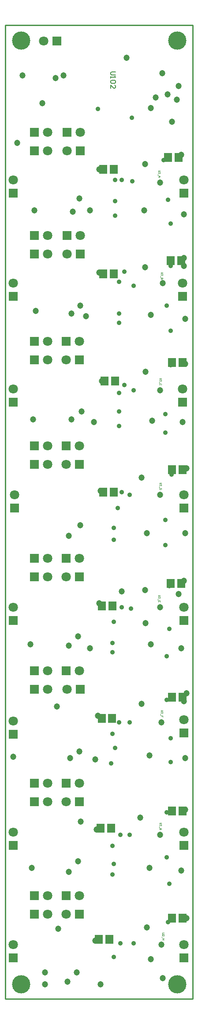
<source format=gbs>
G04 Layer_Color=16711935*
%FSLAX25Y25*%
%MOIN*%
G70*
G01*
G75*
%ADD22C,0.01000*%
%ADD23C,0.00236*%
%ADD24C,0.00800*%
%ADD49C,0.13800*%
%ADD50C,0.07099*%
%ADD51R,0.07099X0.07099*%
%ADD52R,0.07099X0.07099*%
%ADD53C,0.04737*%
%ADD54C,0.03556*%
%ADD55R,0.05918X0.06902*%
D22*
X0Y-736221D02*
X141732D01*
Y0D01*
X0D02*
X141732D01*
X0Y-736221D02*
Y0D01*
D23*
X119878Y-686276D02*
X118730D01*
X118500Y-686505D01*
Y-686964D01*
X118730Y-687194D01*
X119878D01*
X118500Y-688571D02*
Y-687653D01*
X119418Y-688571D01*
X119648D01*
X119878Y-688342D01*
Y-687883D01*
X119648Y-687653D01*
X118270Y-689031D02*
Y-689949D01*
X119878Y-690408D02*
X118500D01*
X119189D01*
Y-691326D01*
X119878D01*
X118500D01*
X117877Y-603000D02*
X116730D01*
X116500Y-603230D01*
Y-603689D01*
X116730Y-603918D01*
X117877D01*
X116500Y-605296D02*
Y-604378D01*
X117418Y-605296D01*
X117648D01*
X117877Y-605066D01*
Y-604607D01*
X117648Y-604378D01*
X116270Y-605755D02*
Y-606673D01*
X117648Y-608051D02*
X117877Y-607821D01*
Y-607362D01*
X117648Y-607132D01*
X116730D01*
X116500Y-607362D01*
Y-607821D01*
X116730Y-608051D01*
X117189D01*
Y-607592D01*
X118877Y-518000D02*
X117730D01*
X117500Y-518230D01*
Y-518689D01*
X117730Y-518918D01*
X118877D01*
X117500Y-520296D02*
Y-519378D01*
X118418Y-520296D01*
X118648D01*
X118877Y-520066D01*
Y-519607D01*
X118648Y-519378D01*
X117270Y-520755D02*
Y-521673D01*
X118877Y-523051D02*
Y-522132D01*
X118189D01*
Y-522592D01*
Y-522132D01*
X117500D01*
X116877Y-431000D02*
X115730D01*
X115500Y-431230D01*
Y-431689D01*
X115730Y-431918D01*
X116877D01*
X115500Y-433296D02*
Y-432377D01*
X116418Y-433296D01*
X116648D01*
X116877Y-433066D01*
Y-432607D01*
X116648Y-432377D01*
X115270Y-433755D02*
Y-434673D01*
X116877Y-436051D02*
Y-435133D01*
X115500D01*
Y-436051D01*
X116189Y-435133D02*
Y-435592D01*
X117877Y-346000D02*
X116730D01*
X116500Y-346230D01*
Y-346689D01*
X116730Y-346918D01*
X117877D01*
X116500Y-348296D02*
Y-347377D01*
X117418Y-348296D01*
X117648D01*
X117877Y-348066D01*
Y-347607D01*
X117648Y-347377D01*
X116270Y-348755D02*
Y-349673D01*
X117877Y-350132D02*
X116500D01*
Y-350821D01*
X116730Y-351051D01*
X117648D01*
X117877Y-350821D01*
Y-350132D01*
Y-267000D02*
X116730D01*
X116500Y-267230D01*
Y-267689D01*
X116730Y-267918D01*
X117877D01*
X116500Y-269296D02*
Y-268377D01*
X117418Y-269296D01*
X117648D01*
X117877Y-269066D01*
Y-268607D01*
X117648Y-268377D01*
X116270Y-269755D02*
Y-270673D01*
X117648Y-272051D02*
X117877Y-271821D01*
Y-271362D01*
X117648Y-271132D01*
X116730D01*
X116500Y-271362D01*
Y-271821D01*
X116730Y-272051D01*
X118877Y-187000D02*
X117730D01*
X117500Y-187230D01*
Y-187689D01*
X117730Y-187918D01*
X118877D01*
X117500Y-189296D02*
Y-188377D01*
X118418Y-189296D01*
X118648D01*
X118877Y-189066D01*
Y-188607D01*
X118648Y-188377D01*
X117270Y-189755D02*
Y-190673D01*
X118877Y-191132D02*
X117500D01*
Y-191821D01*
X117730Y-192051D01*
X117959D01*
X118189Y-191821D01*
Y-191132D01*
Y-191821D01*
X118418Y-192051D01*
X118648D01*
X118877Y-191821D01*
Y-191132D01*
X116877Y-110000D02*
X115730D01*
X115500Y-110230D01*
Y-110689D01*
X115730Y-110918D01*
X116877D01*
X115500Y-112296D02*
Y-111378D01*
X116418Y-112296D01*
X116648D01*
X116877Y-112066D01*
Y-111607D01*
X116648Y-111378D01*
X115270Y-112755D02*
Y-113673D01*
X115500Y-114132D02*
X116418D01*
X116877Y-114592D01*
X116418Y-115051D01*
X115500D01*
X116189D01*
Y-114132D01*
D24*
X83195Y-35441D02*
X80279D01*
X79696Y-36024D01*
Y-37190D01*
X80279Y-37774D01*
X83195D01*
X79696Y-38940D02*
Y-40106D01*
Y-39523D01*
X83195D01*
X82612Y-38940D01*
Y-41856D02*
X83195Y-42439D01*
Y-43605D01*
X82612Y-44188D01*
X80279D01*
X79696Y-43605D01*
Y-42439D01*
X80279Y-41856D01*
X82612D01*
X79696Y-47687D02*
Y-45355D01*
X82028Y-47687D01*
X82612D01*
X83195Y-47104D01*
Y-45938D01*
X82612Y-45355D01*
D49*
X129921Y-725000D02*
D03*
X11811D02*
D03*
X129921Y-11811D02*
D03*
X11811D02*
D03*
D50*
X135000Y-695000D02*
D03*
X6000D02*
D03*
X135000Y-610000D02*
D03*
X6000D02*
D03*
X135000Y-525000D02*
D03*
X6000Y-526000D02*
D03*
X135000Y-440000D02*
D03*
X6000D02*
D03*
X32000Y-672013D02*
D03*
Y-658000D02*
D03*
X56000D02*
D03*
X46000Y-672013D02*
D03*
X32000Y-587000D02*
D03*
Y-573000D02*
D03*
X56000D02*
D03*
X46000Y-587000D02*
D03*
X32000Y-502000D02*
D03*
Y-488000D02*
D03*
X56000D02*
D03*
X46476Y-502000D02*
D03*
X32000Y-417000D02*
D03*
Y-403000D02*
D03*
X56000D02*
D03*
X46000Y-417000D02*
D03*
X135000Y-355000D02*
D03*
X7000D02*
D03*
X134000Y-275000D02*
D03*
X6000D02*
D03*
X134000Y-195000D02*
D03*
X6000D02*
D03*
X29000Y-12000D02*
D03*
X6000Y-117000D02*
D03*
X32000Y-81000D02*
D03*
Y-95000D02*
D03*
X56476Y-81000D02*
D03*
X46476Y-95000D02*
D03*
X135000Y-117000D02*
D03*
X32000Y-159000D02*
D03*
Y-239000D02*
D03*
Y-318000D02*
D03*
Y-173000D02*
D03*
Y-253000D02*
D03*
Y-332000D02*
D03*
X56476Y-159000D02*
D03*
X56000Y-239000D02*
D03*
Y-318000D02*
D03*
X46476Y-173000D02*
D03*
X46000Y-253000D02*
D03*
Y-332000D02*
D03*
D51*
X135000Y-705000D02*
D03*
X6000D02*
D03*
X135000Y-620000D02*
D03*
X6000D02*
D03*
X135000Y-535000D02*
D03*
X6000Y-536000D02*
D03*
X135000Y-450000D02*
D03*
X6000D02*
D03*
X135000Y-365000D02*
D03*
X7000D02*
D03*
X134000Y-285000D02*
D03*
X6000D02*
D03*
X134000Y-205000D02*
D03*
X6000D02*
D03*
Y-127000D02*
D03*
X135000D02*
D03*
D52*
X22000Y-672013D02*
D03*
Y-658000D02*
D03*
X46000D02*
D03*
X56000Y-672013D02*
D03*
X22000Y-587000D02*
D03*
Y-573000D02*
D03*
X46000D02*
D03*
X56000Y-587000D02*
D03*
X22000Y-502000D02*
D03*
Y-488000D02*
D03*
X46000D02*
D03*
X56476Y-502000D02*
D03*
X22000Y-417000D02*
D03*
Y-403000D02*
D03*
X46000D02*
D03*
X56000Y-417000D02*
D03*
X39000Y-12000D02*
D03*
X22000Y-81000D02*
D03*
Y-95000D02*
D03*
X46476Y-81000D02*
D03*
X56476Y-95000D02*
D03*
X22000Y-159000D02*
D03*
Y-239000D02*
D03*
Y-318000D02*
D03*
Y-173000D02*
D03*
Y-253000D02*
D03*
Y-332000D02*
D03*
X46476Y-159000D02*
D03*
X46000Y-239000D02*
D03*
Y-318000D02*
D03*
X56476Y-173000D02*
D03*
X56000Y-253000D02*
D03*
Y-332000D02*
D03*
D53*
X30000Y-725000D02*
D03*
X136000Y-593000D02*
D03*
X30000Y-716000D02*
D03*
X40000Y-683000D02*
D03*
X54000Y-716000D02*
D03*
X47000Y-723000D02*
D03*
X72000Y-725000D02*
D03*
X110000Y-706000D02*
D03*
X119072Y-720500D02*
D03*
X137000Y-675000D02*
D03*
X118000Y-695000D02*
D03*
X107000Y-682000D02*
D03*
X68000Y-692000D02*
D03*
X69000Y-608000D02*
D03*
X20000Y-637000D02*
D03*
X57000Y-602000D02*
D03*
X133000Y-639000D02*
D03*
X109000Y-637000D02*
D03*
X117000Y-612063D02*
D03*
X102000Y-599000D02*
D03*
X55000Y-632000D02*
D03*
X48000Y-640000D02*
D03*
X39000Y-515000D02*
D03*
X68000Y-555000D02*
D03*
X136000Y-554000D02*
D03*
X109000Y-552000D02*
D03*
X137000Y-505000D02*
D03*
X135000Y-511000D02*
D03*
X118000Y-527000D02*
D03*
X103000Y-513000D02*
D03*
X70000Y-522000D02*
D03*
X56000Y-549000D02*
D03*
X49000Y-554000D02*
D03*
X6000Y-553000D02*
D03*
X48000Y-469000D02*
D03*
X19000Y-468000D02*
D03*
X64000Y-471000D02*
D03*
X133000D02*
D03*
X110000Y-468000D02*
D03*
X106000Y-452000D02*
D03*
X88063Y-428276D02*
D03*
X131000Y-430000D02*
D03*
X135000Y-420000D02*
D03*
X71000Y-437000D02*
D03*
X55000Y-462000D02*
D03*
X117000Y-440000D02*
D03*
X105740Y-427000D02*
D03*
X107000Y-384000D02*
D03*
X136000D02*
D03*
X103000Y-342000D02*
D03*
X117000Y-355000D02*
D03*
X56748Y-378000D02*
D03*
X48000Y-386000D02*
D03*
X72000Y-352000D02*
D03*
X137000Y-335000D02*
D03*
X136000Y-256000D02*
D03*
X111000Y-299000D02*
D03*
X134000Y-300000D02*
D03*
X117000Y-276000D02*
D03*
X106000Y-262000D02*
D03*
X73000Y-269000D02*
D03*
X50000Y-298000D02*
D03*
X57748Y-292000D02*
D03*
X67000Y-300000D02*
D03*
X21000Y-298000D02*
D03*
X23000Y-216000D02*
D03*
X71000Y-187000D02*
D03*
X135000Y-143000D02*
D03*
X61000Y-220000D02*
D03*
X110000Y-219000D02*
D03*
X136000Y-222000D02*
D03*
X135000Y-182000D02*
D03*
Y-176000D02*
D03*
X105740Y-183000D02*
D03*
X119000Y-195000D02*
D03*
X50000Y-218000D02*
D03*
X56748Y-212000D02*
D03*
X129500Y-56500D02*
D03*
X126000Y-73000D02*
D03*
X105000Y-140000D02*
D03*
X64000D02*
D03*
X22000D02*
D03*
X9000Y-89000D02*
D03*
X28000Y-59000D02*
D03*
X13000Y-38000D02*
D03*
X131000Y-46000D02*
D03*
X118500Y-36500D02*
D03*
X91696Y-24941D02*
D03*
X105740Y-105000D02*
D03*
X113633Y-54941D02*
D03*
X38000Y-40000D02*
D03*
X44000Y-38000D02*
D03*
X122500Y-52500D02*
D03*
X109838Y-62941D02*
D03*
X51000Y-141000D02*
D03*
X56000Y-131000D02*
D03*
X117000Y-119000D02*
D03*
X133000Y-98000D02*
D03*
X71000Y-109000D02*
D03*
D54*
X123063Y-678000D02*
D03*
X124000Y-649000D02*
D03*
X122000Y-629000D02*
D03*
X87000Y-694000D02*
D03*
X96874D02*
D03*
X82000Y-634000D02*
D03*
X80937Y-642000D02*
D03*
X82000Y-704500D02*
D03*
X122000Y-510000D02*
D03*
X125063Y-539063D02*
D03*
Y-557000D02*
D03*
X122000Y-595000D02*
D03*
X87000Y-612000D02*
D03*
X94000Y-612063D02*
D03*
X83000Y-546500D02*
D03*
X80000Y-558000D02*
D03*
X81000Y-620500D02*
D03*
Y-474000D02*
D03*
Y-467000D02*
D03*
X80937Y-535937D02*
D03*
X86000Y-527000D02*
D03*
X94000D02*
D03*
X88000Y-440000D02*
D03*
X95000Y-441000D02*
D03*
X81937Y-451000D02*
D03*
X82000Y-389000D02*
D03*
Y-380000D02*
D03*
X122000Y-477000D02*
D03*
X124000Y-456500D02*
D03*
Y-424000D02*
D03*
X121000Y-393000D02*
D03*
Y-374000D02*
D03*
X125677Y-339677D02*
D03*
X88000Y-353000D02*
D03*
X94063Y-355063D02*
D03*
X85000Y-365000D02*
D03*
X86000Y-303000D02*
D03*
Y-292000D02*
D03*
X90000Y-272000D02*
D03*
X86000Y-278000D02*
D03*
X97000Y-276000D02*
D03*
X121000Y-308000D02*
D03*
Y-294000D02*
D03*
X125000Y-257000D02*
D03*
Y-231000D02*
D03*
X122000Y-212000D02*
D03*
X123000Y-132000D02*
D03*
X86000Y-225000D02*
D03*
X125000Y-182000D02*
D03*
Y-150000D02*
D03*
X97000Y-197000D02*
D03*
X90000Y-186339D02*
D03*
X86000Y-218000D02*
D03*
Y-194000D02*
D03*
X88000Y-117000D02*
D03*
X96000Y-118000D02*
D03*
X82874Y-117126D02*
D03*
X119740Y-102260D02*
D03*
X83000Y-133000D02*
D03*
Y-144000D02*
D03*
X70000Y-63500D02*
D03*
X95500Y-70000D02*
D03*
D55*
X133937Y-675000D02*
D03*
X126063D02*
D03*
X78437Y-691000D02*
D03*
X70563D02*
D03*
X133858Y-594000D02*
D03*
X125984D02*
D03*
X79937Y-607000D02*
D03*
X72063D02*
D03*
X133858Y-508000D02*
D03*
X125984D02*
D03*
X80689Y-524000D02*
D03*
X72815D02*
D03*
X132937Y-422000D02*
D03*
X125063D02*
D03*
X80937Y-439000D02*
D03*
X73063D02*
D03*
X125984Y-255000D02*
D03*
X133858D02*
D03*
X126063Y-336000D02*
D03*
X133937D02*
D03*
X74063Y-353000D02*
D03*
X81937D02*
D03*
X75063Y-269000D02*
D03*
X82937D02*
D03*
X74063Y-188000D02*
D03*
X81937D02*
D03*
X125063Y-178000D02*
D03*
X132937D02*
D03*
X123063Y-100000D02*
D03*
X130937D02*
D03*
X74063Y-109000D02*
D03*
X81937D02*
D03*
M02*

</source>
